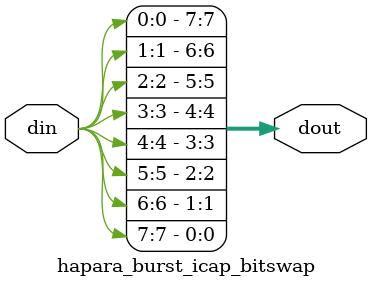
<source format=v>

`timescale 1 ns / 1 ps
module hapara_burst_icap_bitswap # (
    parameter integer DATA_WIDTH = 8
)
(
    input   wire [DATA_WIDTH - 1 : 0] din,
    output  wire [DATA_WIDTH - 1 : 0] dout
);

assign dout = {din[0], din[1], din[2], din[3],
               din[4], din[5], din[6], din[7]};

endmodule
</source>
